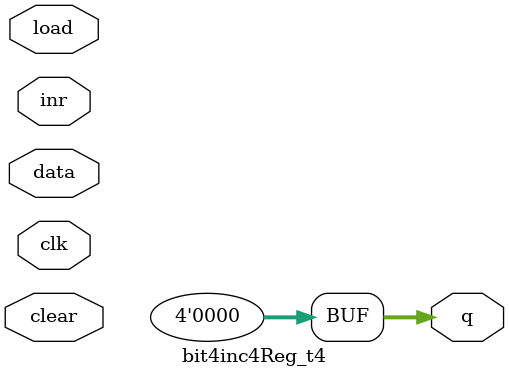
<source format=v>
module bit4inc4Reg_t4(clear, load, inr, clk, data, q);

input clear, load, inr, clk;
input [3:0] data;
output [3:0] q = 4'h0;
reg [3:0] q = 4'h0;

always @(posedge clk)
begin
	if(clear) q <= 0;
	else if(load) q <= data;
	else if(inr) q <= q + 4'h1;
end

endmodule
</source>
